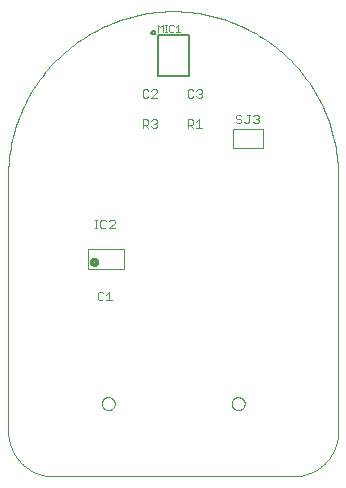
<source format=gto>
G75*
%MOIN*%
%OFA0B0*%
%FSLAX25Y25*%
%IPPOS*%
%LPD*%
%AMOC8*
5,1,8,0,0,1.08239X$1,22.5*
%
%ADD10C,0.00000*%
%ADD11C,0.00400*%
%ADD12C,0.00394*%
%ADD13C,0.01378*%
%ADD14C,0.00500*%
%ADD15C,0.00200*%
D10*
X0001300Y0016300D02*
X0001300Y0101300D01*
X0001316Y0102639D01*
X0001365Y0103978D01*
X0001447Y0105315D01*
X0001561Y0106649D01*
X0001707Y0107981D01*
X0001886Y0109308D01*
X0002097Y0110631D01*
X0002341Y0111948D01*
X0002616Y0113259D01*
X0002923Y0114562D01*
X0003262Y0115858D01*
X0003632Y0117145D01*
X0004033Y0118423D01*
X0004466Y0119691D01*
X0004929Y0120948D01*
X0005423Y0122193D01*
X0005947Y0123426D01*
X0006500Y0124645D01*
X0007084Y0125851D01*
X0007696Y0127042D01*
X0008337Y0128218D01*
X0009007Y0129378D01*
X0009705Y0130521D01*
X0010430Y0131647D01*
X0011183Y0132755D01*
X0011962Y0133845D01*
X0012768Y0134915D01*
X0013599Y0135965D01*
X0014456Y0136994D01*
X0015338Y0138003D01*
X0016243Y0138989D01*
X0017173Y0139953D01*
X0018126Y0140895D01*
X0019101Y0141813D01*
X0020099Y0142706D01*
X0021118Y0143576D01*
X0022158Y0144420D01*
X0023218Y0145238D01*
X0024298Y0146031D01*
X0025396Y0146797D01*
X0026514Y0147536D01*
X0027648Y0148248D01*
X0028800Y0148931D01*
X0029968Y0149587D01*
X0031152Y0150214D01*
X0032350Y0150812D01*
X0033563Y0151380D01*
X0034789Y0151919D01*
X0036028Y0152428D01*
X0037279Y0152906D01*
X0038542Y0153354D01*
X0039814Y0153771D01*
X0041097Y0154157D01*
X0042389Y0154512D01*
X0043689Y0154835D01*
X0044996Y0155126D01*
X0046310Y0155385D01*
X0047630Y0155612D01*
X0048955Y0155807D01*
X0050285Y0155970D01*
X0051618Y0156100D01*
X0052953Y0156198D01*
X0054291Y0156263D01*
X0055630Y0156296D01*
X0056970Y0156296D01*
X0058309Y0156263D01*
X0059647Y0156198D01*
X0060982Y0156100D01*
X0062315Y0155970D01*
X0063645Y0155807D01*
X0064970Y0155612D01*
X0066290Y0155385D01*
X0067604Y0155126D01*
X0068911Y0154835D01*
X0070211Y0154512D01*
X0071503Y0154157D01*
X0072786Y0153771D01*
X0074058Y0153354D01*
X0075321Y0152906D01*
X0076572Y0152428D01*
X0077811Y0151919D01*
X0079037Y0151380D01*
X0080250Y0150812D01*
X0081448Y0150214D01*
X0082632Y0149587D01*
X0083800Y0148931D01*
X0084952Y0148248D01*
X0086086Y0147536D01*
X0087204Y0146797D01*
X0088302Y0146031D01*
X0089382Y0145238D01*
X0090442Y0144420D01*
X0091482Y0143576D01*
X0092501Y0142706D01*
X0093499Y0141813D01*
X0094474Y0140895D01*
X0095427Y0139953D01*
X0096357Y0138989D01*
X0097262Y0138003D01*
X0098144Y0136994D01*
X0099001Y0135965D01*
X0099832Y0134915D01*
X0100638Y0133845D01*
X0101417Y0132755D01*
X0102170Y0131647D01*
X0102895Y0130521D01*
X0103593Y0129378D01*
X0104263Y0128218D01*
X0104904Y0127042D01*
X0105516Y0125851D01*
X0106100Y0124645D01*
X0106653Y0123426D01*
X0107177Y0122193D01*
X0107671Y0120948D01*
X0108134Y0119691D01*
X0108567Y0118423D01*
X0108968Y0117145D01*
X0109338Y0115858D01*
X0109677Y0114562D01*
X0109984Y0113259D01*
X0110259Y0111948D01*
X0110503Y0110631D01*
X0110714Y0109308D01*
X0110893Y0107981D01*
X0111039Y0106649D01*
X0111153Y0105315D01*
X0111235Y0103978D01*
X0111284Y0102639D01*
X0111300Y0101300D01*
X0111300Y0016300D01*
X0111296Y0015938D01*
X0111282Y0015575D01*
X0111261Y0015213D01*
X0111230Y0014852D01*
X0111191Y0014492D01*
X0111143Y0014133D01*
X0111086Y0013775D01*
X0111021Y0013418D01*
X0110947Y0013063D01*
X0110864Y0012710D01*
X0110773Y0012359D01*
X0110674Y0012011D01*
X0110566Y0011665D01*
X0110450Y0011321D01*
X0110325Y0010981D01*
X0110193Y0010644D01*
X0110052Y0010310D01*
X0109903Y0009979D01*
X0109746Y0009652D01*
X0109582Y0009329D01*
X0109410Y0009010D01*
X0109230Y0008696D01*
X0109042Y0008385D01*
X0108847Y0008080D01*
X0108645Y0007779D01*
X0108435Y0007483D01*
X0108219Y0007193D01*
X0107995Y0006907D01*
X0107765Y0006627D01*
X0107528Y0006353D01*
X0107284Y0006085D01*
X0107034Y0005822D01*
X0106778Y0005566D01*
X0106515Y0005316D01*
X0106247Y0005072D01*
X0105973Y0004835D01*
X0105693Y0004605D01*
X0105407Y0004381D01*
X0105117Y0004165D01*
X0104821Y0003955D01*
X0104520Y0003753D01*
X0104215Y0003558D01*
X0103904Y0003370D01*
X0103590Y0003190D01*
X0103271Y0003018D01*
X0102948Y0002854D01*
X0102621Y0002697D01*
X0102290Y0002548D01*
X0101956Y0002407D01*
X0101619Y0002275D01*
X0101279Y0002150D01*
X0100935Y0002034D01*
X0100589Y0001926D01*
X0100241Y0001827D01*
X0099890Y0001736D01*
X0099537Y0001653D01*
X0099182Y0001579D01*
X0098825Y0001514D01*
X0098467Y0001457D01*
X0098108Y0001409D01*
X0097748Y0001370D01*
X0097387Y0001339D01*
X0097025Y0001318D01*
X0096662Y0001304D01*
X0096300Y0001300D01*
X0016300Y0001300D01*
X0015938Y0001304D01*
X0015575Y0001318D01*
X0015213Y0001339D01*
X0014852Y0001370D01*
X0014492Y0001409D01*
X0014133Y0001457D01*
X0013775Y0001514D01*
X0013418Y0001579D01*
X0013063Y0001653D01*
X0012710Y0001736D01*
X0012359Y0001827D01*
X0012011Y0001926D01*
X0011665Y0002034D01*
X0011321Y0002150D01*
X0010981Y0002275D01*
X0010644Y0002407D01*
X0010310Y0002548D01*
X0009979Y0002697D01*
X0009652Y0002854D01*
X0009329Y0003018D01*
X0009010Y0003190D01*
X0008696Y0003370D01*
X0008385Y0003558D01*
X0008080Y0003753D01*
X0007779Y0003955D01*
X0007483Y0004165D01*
X0007193Y0004381D01*
X0006907Y0004605D01*
X0006627Y0004835D01*
X0006353Y0005072D01*
X0006085Y0005316D01*
X0005822Y0005566D01*
X0005566Y0005822D01*
X0005316Y0006085D01*
X0005072Y0006353D01*
X0004835Y0006627D01*
X0004605Y0006907D01*
X0004381Y0007193D01*
X0004165Y0007483D01*
X0003955Y0007779D01*
X0003753Y0008080D01*
X0003558Y0008385D01*
X0003370Y0008696D01*
X0003190Y0009010D01*
X0003018Y0009329D01*
X0002854Y0009652D01*
X0002697Y0009979D01*
X0002548Y0010310D01*
X0002407Y0010644D01*
X0002275Y0010981D01*
X0002150Y0011321D01*
X0002034Y0011665D01*
X0001926Y0012011D01*
X0001827Y0012359D01*
X0001736Y0012710D01*
X0001653Y0013063D01*
X0001579Y0013418D01*
X0001514Y0013775D01*
X0001457Y0014133D01*
X0001409Y0014492D01*
X0001370Y0014852D01*
X0001339Y0015213D01*
X0001318Y0015575D01*
X0001304Y0015938D01*
X0001300Y0016300D01*
X0032481Y0025532D02*
X0032483Y0025625D01*
X0032489Y0025717D01*
X0032499Y0025809D01*
X0032513Y0025900D01*
X0032530Y0025991D01*
X0032552Y0026081D01*
X0032577Y0026170D01*
X0032606Y0026258D01*
X0032639Y0026344D01*
X0032676Y0026429D01*
X0032716Y0026513D01*
X0032760Y0026594D01*
X0032807Y0026674D01*
X0032857Y0026752D01*
X0032911Y0026827D01*
X0032968Y0026900D01*
X0033028Y0026970D01*
X0033091Y0027038D01*
X0033157Y0027103D01*
X0033225Y0027165D01*
X0033296Y0027225D01*
X0033370Y0027281D01*
X0033446Y0027334D01*
X0033524Y0027383D01*
X0033604Y0027430D01*
X0033686Y0027472D01*
X0033770Y0027512D01*
X0033855Y0027547D01*
X0033942Y0027579D01*
X0034030Y0027608D01*
X0034119Y0027632D01*
X0034209Y0027653D01*
X0034300Y0027669D01*
X0034392Y0027682D01*
X0034484Y0027691D01*
X0034577Y0027696D01*
X0034669Y0027697D01*
X0034762Y0027694D01*
X0034854Y0027687D01*
X0034946Y0027676D01*
X0035037Y0027661D01*
X0035128Y0027643D01*
X0035218Y0027620D01*
X0035306Y0027594D01*
X0035394Y0027564D01*
X0035480Y0027530D01*
X0035564Y0027493D01*
X0035647Y0027451D01*
X0035728Y0027407D01*
X0035808Y0027359D01*
X0035885Y0027308D01*
X0035959Y0027253D01*
X0036032Y0027195D01*
X0036102Y0027135D01*
X0036169Y0027071D01*
X0036233Y0027005D01*
X0036295Y0026935D01*
X0036353Y0026864D01*
X0036408Y0026790D01*
X0036460Y0026713D01*
X0036509Y0026634D01*
X0036555Y0026554D01*
X0036597Y0026471D01*
X0036635Y0026387D01*
X0036670Y0026301D01*
X0036701Y0026214D01*
X0036728Y0026126D01*
X0036751Y0026036D01*
X0036771Y0025946D01*
X0036787Y0025855D01*
X0036799Y0025763D01*
X0036807Y0025671D01*
X0036811Y0025578D01*
X0036811Y0025486D01*
X0036807Y0025393D01*
X0036799Y0025301D01*
X0036787Y0025209D01*
X0036771Y0025118D01*
X0036751Y0025028D01*
X0036728Y0024938D01*
X0036701Y0024850D01*
X0036670Y0024763D01*
X0036635Y0024677D01*
X0036597Y0024593D01*
X0036555Y0024510D01*
X0036509Y0024430D01*
X0036460Y0024351D01*
X0036408Y0024274D01*
X0036353Y0024200D01*
X0036295Y0024129D01*
X0036233Y0024059D01*
X0036169Y0023993D01*
X0036102Y0023929D01*
X0036032Y0023869D01*
X0035959Y0023811D01*
X0035885Y0023756D01*
X0035808Y0023705D01*
X0035729Y0023657D01*
X0035647Y0023613D01*
X0035564Y0023571D01*
X0035480Y0023534D01*
X0035394Y0023500D01*
X0035306Y0023470D01*
X0035218Y0023444D01*
X0035128Y0023421D01*
X0035037Y0023403D01*
X0034946Y0023388D01*
X0034854Y0023377D01*
X0034762Y0023370D01*
X0034669Y0023367D01*
X0034577Y0023368D01*
X0034484Y0023373D01*
X0034392Y0023382D01*
X0034300Y0023395D01*
X0034209Y0023411D01*
X0034119Y0023432D01*
X0034030Y0023456D01*
X0033942Y0023485D01*
X0033855Y0023517D01*
X0033770Y0023552D01*
X0033686Y0023592D01*
X0033604Y0023634D01*
X0033524Y0023681D01*
X0033446Y0023730D01*
X0033370Y0023783D01*
X0033296Y0023839D01*
X0033225Y0023899D01*
X0033157Y0023961D01*
X0033091Y0024026D01*
X0033028Y0024094D01*
X0032968Y0024164D01*
X0032911Y0024237D01*
X0032857Y0024312D01*
X0032807Y0024390D01*
X0032760Y0024470D01*
X0032716Y0024551D01*
X0032676Y0024635D01*
X0032639Y0024720D01*
X0032606Y0024806D01*
X0032577Y0024894D01*
X0032552Y0024983D01*
X0032530Y0025073D01*
X0032513Y0025164D01*
X0032499Y0025255D01*
X0032489Y0025347D01*
X0032483Y0025439D01*
X0032481Y0025532D01*
X0075789Y0025532D02*
X0075791Y0025625D01*
X0075797Y0025717D01*
X0075807Y0025809D01*
X0075821Y0025900D01*
X0075838Y0025991D01*
X0075860Y0026081D01*
X0075885Y0026170D01*
X0075914Y0026258D01*
X0075947Y0026344D01*
X0075984Y0026429D01*
X0076024Y0026513D01*
X0076068Y0026594D01*
X0076115Y0026674D01*
X0076165Y0026752D01*
X0076219Y0026827D01*
X0076276Y0026900D01*
X0076336Y0026970D01*
X0076399Y0027038D01*
X0076465Y0027103D01*
X0076533Y0027165D01*
X0076604Y0027225D01*
X0076678Y0027281D01*
X0076754Y0027334D01*
X0076832Y0027383D01*
X0076912Y0027430D01*
X0076994Y0027472D01*
X0077078Y0027512D01*
X0077163Y0027547D01*
X0077250Y0027579D01*
X0077338Y0027608D01*
X0077427Y0027632D01*
X0077517Y0027653D01*
X0077608Y0027669D01*
X0077700Y0027682D01*
X0077792Y0027691D01*
X0077885Y0027696D01*
X0077977Y0027697D01*
X0078070Y0027694D01*
X0078162Y0027687D01*
X0078254Y0027676D01*
X0078345Y0027661D01*
X0078436Y0027643D01*
X0078526Y0027620D01*
X0078614Y0027594D01*
X0078702Y0027564D01*
X0078788Y0027530D01*
X0078872Y0027493D01*
X0078955Y0027451D01*
X0079036Y0027407D01*
X0079116Y0027359D01*
X0079193Y0027308D01*
X0079267Y0027253D01*
X0079340Y0027195D01*
X0079410Y0027135D01*
X0079477Y0027071D01*
X0079541Y0027005D01*
X0079603Y0026935D01*
X0079661Y0026864D01*
X0079716Y0026790D01*
X0079768Y0026713D01*
X0079817Y0026634D01*
X0079863Y0026554D01*
X0079905Y0026471D01*
X0079943Y0026387D01*
X0079978Y0026301D01*
X0080009Y0026214D01*
X0080036Y0026126D01*
X0080059Y0026036D01*
X0080079Y0025946D01*
X0080095Y0025855D01*
X0080107Y0025763D01*
X0080115Y0025671D01*
X0080119Y0025578D01*
X0080119Y0025486D01*
X0080115Y0025393D01*
X0080107Y0025301D01*
X0080095Y0025209D01*
X0080079Y0025118D01*
X0080059Y0025028D01*
X0080036Y0024938D01*
X0080009Y0024850D01*
X0079978Y0024763D01*
X0079943Y0024677D01*
X0079905Y0024593D01*
X0079863Y0024510D01*
X0079817Y0024430D01*
X0079768Y0024351D01*
X0079716Y0024274D01*
X0079661Y0024200D01*
X0079603Y0024129D01*
X0079541Y0024059D01*
X0079477Y0023993D01*
X0079410Y0023929D01*
X0079340Y0023869D01*
X0079267Y0023811D01*
X0079193Y0023756D01*
X0079116Y0023705D01*
X0079037Y0023657D01*
X0078955Y0023613D01*
X0078872Y0023571D01*
X0078788Y0023534D01*
X0078702Y0023500D01*
X0078614Y0023470D01*
X0078526Y0023444D01*
X0078436Y0023421D01*
X0078345Y0023403D01*
X0078254Y0023388D01*
X0078162Y0023377D01*
X0078070Y0023370D01*
X0077977Y0023367D01*
X0077885Y0023368D01*
X0077792Y0023373D01*
X0077700Y0023382D01*
X0077608Y0023395D01*
X0077517Y0023411D01*
X0077427Y0023432D01*
X0077338Y0023456D01*
X0077250Y0023485D01*
X0077163Y0023517D01*
X0077078Y0023552D01*
X0076994Y0023592D01*
X0076912Y0023634D01*
X0076832Y0023681D01*
X0076754Y0023730D01*
X0076678Y0023783D01*
X0076604Y0023839D01*
X0076533Y0023899D01*
X0076465Y0023961D01*
X0076399Y0024026D01*
X0076336Y0024094D01*
X0076276Y0024164D01*
X0076219Y0024237D01*
X0076165Y0024312D01*
X0076115Y0024390D01*
X0076068Y0024470D01*
X0076024Y0024551D01*
X0075984Y0024635D01*
X0075947Y0024720D01*
X0075914Y0024806D01*
X0075885Y0024894D01*
X0075860Y0024983D01*
X0075838Y0025073D01*
X0075821Y0025164D01*
X0075807Y0025255D01*
X0075797Y0025347D01*
X0075791Y0025439D01*
X0075789Y0025532D01*
D11*
X0035868Y0060000D02*
X0034000Y0060000D01*
X0034934Y0060000D02*
X0034934Y0062802D01*
X0034000Y0061868D01*
X0032922Y0062335D02*
X0032455Y0062802D01*
X0031521Y0062802D01*
X0031053Y0062335D01*
X0031053Y0060467D01*
X0031521Y0060000D01*
X0032455Y0060000D01*
X0032922Y0060467D01*
X0032503Y0084000D02*
X0033437Y0084000D01*
X0033904Y0084467D01*
X0034982Y0084000D02*
X0036850Y0085868D01*
X0036850Y0086335D01*
X0036383Y0086802D01*
X0035449Y0086802D01*
X0034982Y0086335D01*
X0033904Y0086335D02*
X0033437Y0086802D01*
X0032503Y0086802D01*
X0032036Y0086335D01*
X0032036Y0084467D01*
X0032503Y0084000D01*
X0031005Y0084000D02*
X0030071Y0084000D01*
X0030538Y0084000D02*
X0030538Y0086802D01*
X0030071Y0086802D02*
X0031005Y0086802D01*
X0034982Y0084000D02*
X0036850Y0084000D01*
X0046053Y0117500D02*
X0046053Y0120302D01*
X0047455Y0120302D01*
X0047922Y0119835D01*
X0047922Y0118901D01*
X0047455Y0118434D01*
X0046053Y0118434D01*
X0046988Y0118434D02*
X0047922Y0117500D01*
X0049000Y0117967D02*
X0049467Y0117500D01*
X0050401Y0117500D01*
X0050868Y0117967D01*
X0050868Y0118434D01*
X0050401Y0118901D01*
X0049934Y0118901D01*
X0050401Y0118901D02*
X0050868Y0119368D01*
X0050868Y0119835D01*
X0050401Y0120302D01*
X0049467Y0120302D01*
X0049000Y0119835D01*
X0049000Y0127500D02*
X0050868Y0129368D01*
X0050868Y0129835D01*
X0050401Y0130302D01*
X0049467Y0130302D01*
X0049000Y0129835D01*
X0047922Y0129835D02*
X0047455Y0130302D01*
X0046521Y0130302D01*
X0046053Y0129835D01*
X0046053Y0127967D01*
X0046521Y0127500D01*
X0047455Y0127500D01*
X0047922Y0127967D01*
X0049000Y0127500D02*
X0050868Y0127500D01*
X0061053Y0127967D02*
X0061521Y0127500D01*
X0062455Y0127500D01*
X0062922Y0127967D01*
X0064000Y0127967D02*
X0064467Y0127500D01*
X0065401Y0127500D01*
X0065868Y0127967D01*
X0065868Y0128434D01*
X0065401Y0128901D01*
X0064934Y0128901D01*
X0065401Y0128901D02*
X0065868Y0129368D01*
X0065868Y0129835D01*
X0065401Y0130302D01*
X0064467Y0130302D01*
X0064000Y0129835D01*
X0062922Y0129835D02*
X0062455Y0130302D01*
X0061521Y0130302D01*
X0061053Y0129835D01*
X0061053Y0127967D01*
X0061053Y0120302D02*
X0062455Y0120302D01*
X0062922Y0119835D01*
X0062922Y0118901D01*
X0062455Y0118434D01*
X0061053Y0118434D01*
X0061053Y0117500D02*
X0061053Y0120302D01*
X0061988Y0118434D02*
X0062922Y0117500D01*
X0064000Y0117500D02*
X0065868Y0117500D01*
X0064934Y0117500D02*
X0064934Y0120302D01*
X0064000Y0119368D01*
X0077080Y0119467D02*
X0077547Y0119000D01*
X0078481Y0119000D01*
X0078948Y0119467D01*
X0078948Y0119934D01*
X0078481Y0120401D01*
X0077547Y0120401D01*
X0077080Y0120868D01*
X0077080Y0121335D01*
X0077547Y0121802D01*
X0078481Y0121802D01*
X0078948Y0121335D01*
X0080027Y0119467D02*
X0080494Y0119000D01*
X0080961Y0119000D01*
X0081428Y0119467D01*
X0081428Y0121802D01*
X0080961Y0121802D02*
X0081895Y0121802D01*
X0082973Y0121335D02*
X0083440Y0121802D01*
X0084374Y0121802D01*
X0084842Y0121335D01*
X0084842Y0120868D01*
X0084374Y0120401D01*
X0084842Y0119934D01*
X0084842Y0119467D01*
X0084374Y0119000D01*
X0083440Y0119000D01*
X0082973Y0119467D01*
X0083907Y0120401D02*
X0084374Y0120401D01*
D12*
X0086300Y0116950D02*
X0076300Y0116950D01*
X0076300Y0110650D01*
X0086300Y0110650D01*
X0086300Y0116950D01*
X0039804Y0077245D02*
X0039804Y0070355D01*
X0027796Y0070355D01*
X0027796Y0077245D01*
X0039804Y0077245D01*
D13*
X0029273Y0072619D02*
X0029275Y0072675D01*
X0029281Y0072730D01*
X0029291Y0072784D01*
X0029304Y0072838D01*
X0029322Y0072891D01*
X0029343Y0072942D01*
X0029367Y0072992D01*
X0029395Y0073040D01*
X0029427Y0073086D01*
X0029461Y0073130D01*
X0029499Y0073171D01*
X0029539Y0073209D01*
X0029582Y0073244D01*
X0029627Y0073276D01*
X0029675Y0073305D01*
X0029724Y0073331D01*
X0029775Y0073353D01*
X0029827Y0073371D01*
X0029881Y0073385D01*
X0029936Y0073396D01*
X0029991Y0073403D01*
X0030046Y0073406D01*
X0030102Y0073405D01*
X0030157Y0073400D01*
X0030212Y0073391D01*
X0030266Y0073379D01*
X0030319Y0073362D01*
X0030371Y0073342D01*
X0030421Y0073318D01*
X0030469Y0073291D01*
X0030516Y0073261D01*
X0030560Y0073227D01*
X0030602Y0073190D01*
X0030640Y0073150D01*
X0030677Y0073108D01*
X0030710Y0073063D01*
X0030739Y0073017D01*
X0030766Y0072968D01*
X0030788Y0072917D01*
X0030808Y0072865D01*
X0030823Y0072811D01*
X0030835Y0072757D01*
X0030843Y0072702D01*
X0030847Y0072647D01*
X0030847Y0072591D01*
X0030843Y0072536D01*
X0030835Y0072481D01*
X0030823Y0072427D01*
X0030808Y0072373D01*
X0030788Y0072321D01*
X0030766Y0072270D01*
X0030739Y0072221D01*
X0030710Y0072175D01*
X0030677Y0072130D01*
X0030640Y0072088D01*
X0030602Y0072048D01*
X0030560Y0072011D01*
X0030516Y0071977D01*
X0030469Y0071947D01*
X0030421Y0071920D01*
X0030371Y0071896D01*
X0030319Y0071876D01*
X0030266Y0071859D01*
X0030212Y0071847D01*
X0030157Y0071838D01*
X0030102Y0071833D01*
X0030046Y0071832D01*
X0029991Y0071835D01*
X0029936Y0071842D01*
X0029881Y0071853D01*
X0029827Y0071867D01*
X0029775Y0071885D01*
X0029724Y0071907D01*
X0029675Y0071933D01*
X0029627Y0071962D01*
X0029582Y0071994D01*
X0029539Y0072029D01*
X0029499Y0072067D01*
X0029461Y0072108D01*
X0029427Y0072152D01*
X0029395Y0072198D01*
X0029367Y0072246D01*
X0029343Y0072296D01*
X0029322Y0072347D01*
X0029304Y0072400D01*
X0029291Y0072454D01*
X0029281Y0072508D01*
X0029275Y0072563D01*
X0029273Y0072619D01*
D14*
X0051083Y0134666D02*
X0051083Y0148446D01*
X0061517Y0148446D01*
X0061517Y0134666D01*
X0051083Y0134666D01*
X0048985Y0149233D02*
X0048987Y0149282D01*
X0048993Y0149332D01*
X0049003Y0149380D01*
X0049016Y0149428D01*
X0049034Y0149474D01*
X0049054Y0149519D01*
X0049079Y0149562D01*
X0049107Y0149603D01*
X0049138Y0149641D01*
X0049172Y0149677D01*
X0049208Y0149710D01*
X0049247Y0149741D01*
X0049289Y0149767D01*
X0049332Y0149791D01*
X0049378Y0149811D01*
X0049424Y0149828D01*
X0049472Y0149840D01*
X0049521Y0149849D01*
X0049570Y0149854D01*
X0049619Y0149855D01*
X0049669Y0149852D01*
X0049718Y0149845D01*
X0049766Y0149834D01*
X0049813Y0149820D01*
X0049859Y0149802D01*
X0049904Y0149780D01*
X0049946Y0149754D01*
X0049986Y0149726D01*
X0050024Y0149694D01*
X0050060Y0149660D01*
X0050092Y0149622D01*
X0050122Y0149582D01*
X0050148Y0149540D01*
X0050170Y0149496D01*
X0050190Y0149451D01*
X0050205Y0149404D01*
X0050217Y0149356D01*
X0050225Y0149307D01*
X0050229Y0149258D01*
X0050229Y0149208D01*
X0050225Y0149159D01*
X0050217Y0149110D01*
X0050205Y0149062D01*
X0050190Y0149015D01*
X0050170Y0148970D01*
X0050148Y0148926D01*
X0050122Y0148884D01*
X0050092Y0148844D01*
X0050060Y0148806D01*
X0050024Y0148772D01*
X0049986Y0148740D01*
X0049946Y0148712D01*
X0049904Y0148686D01*
X0049859Y0148664D01*
X0049813Y0148646D01*
X0049766Y0148632D01*
X0049718Y0148621D01*
X0049669Y0148614D01*
X0049619Y0148611D01*
X0049570Y0148612D01*
X0049521Y0148617D01*
X0049472Y0148626D01*
X0049424Y0148638D01*
X0049378Y0148655D01*
X0049332Y0148675D01*
X0049289Y0148699D01*
X0049247Y0148725D01*
X0049208Y0148756D01*
X0049172Y0148789D01*
X0049138Y0148825D01*
X0049107Y0148863D01*
X0049079Y0148904D01*
X0049054Y0148947D01*
X0049034Y0148992D01*
X0049016Y0149038D01*
X0049003Y0149086D01*
X0048993Y0149134D01*
X0048987Y0149184D01*
X0048985Y0149233D01*
D15*
X0051282Y0149530D02*
X0051282Y0151732D01*
X0052016Y0150998D01*
X0052750Y0151732D01*
X0052750Y0149530D01*
X0053492Y0149530D02*
X0054226Y0149530D01*
X0053859Y0149530D02*
X0053859Y0151732D01*
X0053492Y0151732D02*
X0054226Y0151732D01*
X0054965Y0151365D02*
X0054965Y0149897D01*
X0055332Y0149530D01*
X0056066Y0149530D01*
X0056433Y0149897D01*
X0057175Y0149530D02*
X0058643Y0149530D01*
X0057909Y0149530D02*
X0057909Y0151732D01*
X0057175Y0150998D01*
X0056433Y0151365D02*
X0056066Y0151732D01*
X0055332Y0151732D01*
X0054965Y0151365D01*
M02*

</source>
